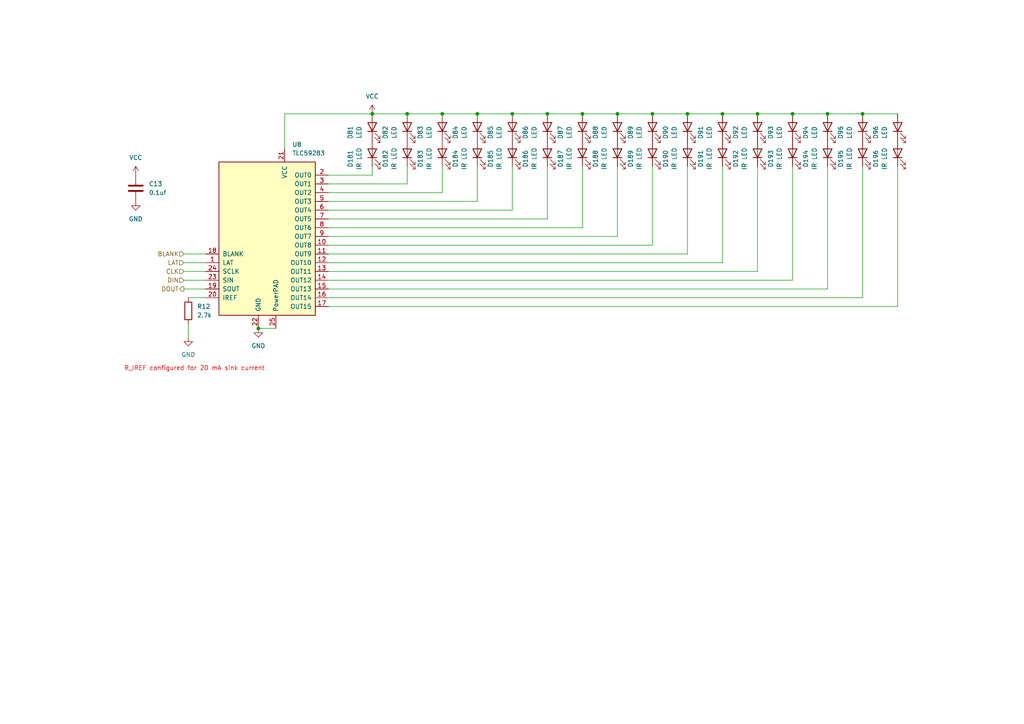
<source format=kicad_sch>
(kicad_sch (version 20250114) (generator "eeschema") (generator_version "9.0")
  (paper "A4")
  (lib_symbols
    (symbol "Device:C" (pin_numbers (hide yes)) (pin_names (offset 0.254))
      (property "Reference" "C" (at 0.635 2.54 0))
      (property "Value" "C" (at 0.635 -2.54 0))
      (symbol "C_0_1"
        (polyline (pts (xy -2.032 0.762) (xy 2.032 0.762)) (stroke (width 0.508)))
        (polyline (pts (xy -2.032 -0.762) (xy 2.032 -0.762)) (stroke (width 0.508)))
      )
      (symbol "C_1_1"
        (pin passive line (at 0 3.81 270) (length 2.794) (name "~") (number "1"))
        (pin passive line (at 0 -3.81 90) (length 2.794) (name "~") (number "2"))
      )
    )
    (symbol "Device:LED" (pin_numbers (hide yes)) (pin_names (offset 1.016) (hide yes))
      (property "Reference" "D" (at 0 2.54 0))
      (property "Value" "LED" (at 0 -2.54 0))
      (symbol "LED_0_1"
        (polyline (pts (xy -3.048 -0.762) (xy -4.572 -2.286) (xy -3.81 -2.286) (xy -4.572 -2.286) (xy -4.572 -1.524)))
        (polyline (pts (xy -1.778 -0.762) (xy -3.302 -2.286) (xy -2.54 -2.286) (xy -3.302 -2.286) (xy -3.302 -1.524)))
        (polyline (pts (xy -1.27 0) (xy 1.27 0)))
        (polyline (pts (xy -1.27 -1.27) (xy -1.27 1.27)) (stroke (width 0.254)))
        (polyline (pts (xy 1.27 -1.27) (xy 1.27 1.27) (xy -1.27 0) (xy 1.27 -1.27)) (stroke (width 0.254)))
      )
      (symbol "LED_1_1"
        (pin passive line (at -3.81 0 0) (length 2.54) (name "K") (number "1"))
        (pin passive line (at 3.81 0 180) (length 2.54) (name "A") (number "2"))
      )
    )
    (symbol "Device:R" (pin_numbers (hide yes)) (pin_names (offset 0))
      (property "Reference" "R" (at 2.032 0 90))
      (property "Value" "R" (at 0 0 90))
      (symbol "R_0_1"
        (rectangle (start -1.016 -2.54) (end 1.016 2.54) (stroke (width 0.254)))
      )
      (symbol "R_1_1"
        (pin passive line (at 0 3.81 270) (length 1.27) (name "~") (number "1"))
        (pin passive line (at 0 -3.81 90) (length 1.27) (name "~") (number "2"))
      )
    )
    (symbol "custom_symbols:TLC59283" (pin_names (offset 1.016))
      (property "Reference" "U" (at -13.97 38.1 0))
      (property "Value" "TLC59283" (at -13.97 35.56 0))
      (symbol "TLC59283_0_1"
        (rectangle (start -13.97 34.29) (end 13.97 -10.16) (stroke (width 0.254)) (fill (type background)))
        (pin input line (at -17.78 7.62 0) (length 3.81) (name "BLANK") (number "18"))
        (pin input line (at -17.78 5.08 0) (length 3.81) (name "LAT") (number "1"))
        (pin input line (at -17.78 2.54 0) (length 3.81) (name "SCLK") (number "24"))
        (pin input line (at -17.78 -5.08 0) (length 3.81) (name "IREF") (number "20"))
        (pin power_in line (at 5.08 38.1 270) (length 3.81) (name "VCC") (number "21"))
        (pin output line (at 17.78 30.48 180) (length 3.81) (name "OUT0") (number "2"))
        (pin output line (at 17.78 27.94 180) (length 3.81) (name "OUT1") (number "3"))
        (pin output line (at 17.78 25.4 180) (length 3.81) (name "OUT2") (number "4"))
        (pin output line (at 17.78 22.86 180) (length 3.81) (name "OUT3") (number "5"))
        (pin output line (at 17.78 20.32 180) (length 3.81) (name "OUT4") (number "6"))
        (pin output line (at 17.78 17.78 180) (length 3.81) (name "OUT5") (number "7"))
        (pin output line (at 17.78 15.24 180) (length 3.81) (name "OUT6") (number "8"))
        (pin output line (at 17.78 12.7 180) (length 3.81) (name "OUT7") (number "9"))
        (pin output line (at 17.78 10.16 180) (length 3.81) (name "OUT8") (number "10"))
        (pin output line (at 17.78 7.62 180) (length 3.81) (name "OUT9") (number "11"))
        (pin output line (at 17.78 5.08 180) (length 3.81) (name "OUT10") (number "12"))
        (pin output line (at 17.78 2.54 180) (length 3.81) (name "OUT11") (number "13"))
        (pin output line (at 17.78 0 180) (length 3.81) (name "OUT12") (number "14"))
        (pin output line (at 17.78 -2.54 180) (length 3.81) (name "OUT13") (number "15"))
        (pin output line (at 17.78 -5.08 180) (length 3.81) (name "OUT14") (number "16"))
      )
      (symbol "TLC59283_1_1"
        (pin input line (at -17.78 0 0) (length 3.81) (name "SIN") (number "23"))
        (pin output line (at -17.78 -2.54 0) (length 3.81) (name "SOUT") (number "19"))
        (pin power_in line (at -2.54 -13.97 90) (length 3.81) (name "GND") (number "22"))
        (pin power_in line (at 2.54 -13.97 90) (length 3.81) (name "PowerPAD") (number "25"))
        (pin output line (at 17.78 -7.62 180) (length 3.81) (name "OUT15") (number "17"))
      )
    )
    (symbol "power:+5V" (power) (pin_numbers (hide yes)) (pin_names (offset 0) (hide yes))
      (property "Value" "+5V" (at 0 3.556 0))
      (symbol "+5V_0_1"
        (polyline (pts (xy -0.762 1.27) (xy 0 2.54)))
        (polyline (pts (xy 0 2.54) (xy 0.762 1.27)))
        (polyline (pts (xy 0 0) (xy 0 2.54)))
      )
      (symbol "+5V_1_1"
        (pin power_in line (at 0 0 90) (length 0) (name "~") (number "1"))
      )
    )
    (symbol "power:+BATT" (power) (pin_numbers (hide yes)) (pin_names (offset 0) (hide yes))
      (property "Value" "+BATT" (at 0 3.556 0))
      (symbol "+BATT_0_1"
        (polyline (pts (xy -0.762 1.27) (xy 0 2.54)))
        (polyline (pts (xy 0 2.54) (xy 0.762 1.27)))
        (polyline (pts (xy 0 0) (xy 0 2.54)))
      )
      (symbol "+BATT_1_1"
        (pin power_in line (at 0 0 90) (length 0) (name "~") (number "1"))
      )
    )
    (symbol "power:GND" (power) (pin_numbers (hide yes)) (pin_names (offset 0) (hide yes))
      (property "Value" "GND" (at 0 -3.81 0))
      (symbol "GND_0_1"
        (polyline (pts (xy 0 0) (xy 0 -1.27) (xy 1.27 -1.27) (xy 0 -2.54) (xy -1.27 -1.27) (xy 0 -1.27)))
      )
      (symbol "GND_1_1"
        (pin power_in line (at 0 0 270) (length 0) (name "~") (number "1"))
      )
    )
  )
  (text "R_IREF configured for 20 mA sink current" (at 56.388 106.934 0) (effects (font (size 1.27 1.27))))
  (junction (at 168.91 33.02))
  (junction (at 240.03 33.02))
  (junction (at 118.11 33.02))
  (junction (at 189.23 33.02))
  (junction (at 179.07 33.02))
  (junction (at 128.27 33.02))
  (junction (at 107.95 33.02))
  (junction (at 250.19 33.02))
  (junction (at 148.59 33.02))
  (junction (at 209.55 33.02))
  (junction (at 199.39 33.02))
  (junction (at 158.75 33.02))
  (junction (at 138.43 33.02))
  (junction (at 74.93 95.25))
  (junction (at 229.87 33.02))
  (junction (at 219.71 33.02))
  (wire (pts (xy 199.39 73.66) (xy 199.39 48.26)))
  (wire (pts (xy 128.27 55.88) (xy 95.25 55.88)))
  (wire (pts (xy 189.23 71.12) (xy 189.23 48.26)))
  (wire (pts (xy 199.39 33.02) (xy 209.55 33.02)))
  (wire (pts (xy 128.27 48.26) (xy 128.27 55.88)))
  (wire (pts (xy 179.07 48.26) (xy 179.07 68.58)))
  (wire (pts (xy 138.43 48.26) (xy 138.43 58.42)))
  (wire (pts (xy 74.93 95.25) (xy 80.01 95.25)))
  (wire (pts (xy 219.71 48.26) (xy 219.71 78.74)))
  (wire (pts (xy 229.87 81.28) (xy 229.87 48.26)))
  (wire (pts (xy 250.19 86.36) (xy 250.19 48.26)))
  (wire (pts (xy 107.95 50.8) (xy 95.25 50.8)))
  (wire (pts (xy 260.35 48.26) (xy 260.35 88.9)))
  (wire (pts (xy 158.75 48.26) (xy 158.75 63.5)))
  (wire (pts (xy 240.03 48.26) (xy 240.03 83.82)))
  (wire (pts (xy 107.95 33.02) (xy 118.11 33.02)))
  (wire (pts (xy 95.25 76.2) (xy 209.55 76.2)))
  (wire (pts (xy 168.91 48.26) (xy 168.91 66.04)))
  (wire (pts (xy 118.11 53.34) (xy 95.25 53.34)))
  (wire (pts (xy 158.75 33.02) (xy 168.91 33.02)))
  (wire (pts (xy 118.11 48.26) (xy 118.11 53.34)))
  (wire (pts (xy 95.25 86.36) (xy 250.19 86.36)))
  (wire (pts (xy 250.19 33.02) (xy 260.35 33.02)))
  (wire (pts (xy 179.07 68.58) (xy 95.25 68.58)))
  (wire (pts (xy 158.75 63.5) (xy 95.25 63.5)))
  (wire (pts (xy 148.59 33.02) (xy 158.75 33.02)))
  (wire (pts (xy 95.25 71.12) (xy 189.23 71.12)))
  (wire (pts (xy 168.91 33.02) (xy 179.07 33.02)))
  (wire (pts (xy 53.34 73.66) (xy 59.69 73.66)))
  (wire (pts (xy 53.34 81.28) (xy 59.69 81.28)))
  (wire (pts (xy 107.95 48.26) (xy 107.95 50.8)))
  (wire (pts (xy 138.43 33.02) (xy 148.59 33.02)))
  (wire (pts (xy 138.43 58.42) (xy 95.25 58.42)))
  (wire (pts (xy 219.71 33.02) (xy 229.87 33.02)))
  (wire (pts (xy 53.34 78.74) (xy 59.69 78.74)))
  (wire (pts (xy 118.11 33.02) (xy 128.27 33.02)))
  (wire (pts (xy 95.25 81.28) (xy 229.87 81.28)))
  (wire (pts (xy 229.87 33.02) (xy 240.03 33.02)))
  (wire (pts (xy 240.03 83.82) (xy 95.25 83.82)))
  (wire (pts (xy 54.61 93.98) (xy 54.61 97.79)))
  (wire (pts (xy 148.59 48.26) (xy 148.59 60.96)))
  (wire (pts (xy 59.69 86.36) (xy 54.61 86.36)))
  (wire (pts (xy 53.34 83.82) (xy 59.69 83.82)))
  (wire (pts (xy 82.55 43.18) (xy 82.55 33.02)))
  (wire (pts (xy 53.34 76.2) (xy 59.69 76.2)))
  (wire (pts (xy 189.23 33.02) (xy 199.39 33.02)))
  (wire (pts (xy 82.55 33.02) (xy 107.95 33.02)))
  (wire (pts (xy 209.55 33.02) (xy 219.71 33.02)))
  (wire (pts (xy 240.03 33.02) (xy 250.19 33.02)))
  (wire (pts (xy 219.71 78.74) (xy 95.25 78.74)))
  (wire (pts (xy 148.59 60.96) (xy 95.25 60.96)))
  (wire (pts (xy 128.27 33.02) (xy 138.43 33.02)))
  (wire (pts (xy 209.55 76.2) (xy 209.55 48.26)))
  (wire (pts (xy 179.07 33.02) (xy 189.23 33.02)))
  (wire (pts (xy 95.25 73.66) (xy 199.39 73.66)))
  (wire (pts (xy 168.91 66.04) (xy 95.25 66.04)))
  (wire (pts (xy 260.35 88.9) (xy 95.25 88.9)))
  (hierarchical_label "DIN" (shape input) (at 53.34 81.28 180))
  (hierarchical_label "DOUT" (shape output) (at 53.34 83.82 180))
  (hierarchical_label "CLK" (shape input) (at 53.34 78.74 180))
  (hierarchical_label "BLANK" (shape input) (at 53.34 73.66 180))
  (hierarchical_label "LAT" (shape input) (at 53.34 76.2 180))
  (symbol (lib_id "Device:LED") (at 138.43 36.83 90) (unit 1)
    (property "Reference" "D4" (at 132.08 38.4175 0))
    (property "Value" "LED" (at 134.62 38.4175 0))
    (property "Footprint" "custom_footprints:HL-A-3528" (effects (hide yes)))
    (property "Description" "Light emitting diode" (effects (hide yes)))
    (instances (project "RocSync_testing" (path "" (reference "D84") (unit 1)) (path "" (reference "D52") (unit 1)) (path "" (reference "D68") (unit 1)) (path "" (reference "D4") (unit 1)) (path "" (reference "D36") (unit 1)) (path "" (reference "D20") (unit 1))))
  )
  (symbol (lib_id "Device:LED") (at 107.95 44.45 90) (unit 1)
    (property "Reference" "D101" (at 101.6 46.0375 0))
    (property "Value" "IR LED" (at 104.14 46.0375 0))
    (property "Footprint" "custom_footprints:XYC-HIR76C-LX4" (effects (hide yes)))
    (property "Description" "Light emitting diode" (effects (hide yes)))
    (instances (project "RocSync_testing" (path "" (reference "D181") (unit 1)) (path "" (reference "D149") (unit 1)) (path "" (reference "D165") (unit 1)) (path "" (reference "D101") (unit 1)) (path "" (reference "D133") (unit 1)) (path "" (reference "D117") (unit 1))))
  )
  (symbol (lib_id "power:+5V") (at 107.95 33.02 0) (unit 1)
    (property "Reference" "#PWR07" (effects (hide yes)))
    (property "Value" "VCC" (at 107.95 27.94 0))
    (property "Description" "Power symbol creates a global label with name \"+5V\"" (effects (hide yes)))
    (instances (project "RocSync_testing" (path "" (reference "#PWR027") (unit 1)) (path "" (reference "#PWR017") (unit 1)) (path "" (reference "#PWR022") (unit 1)) (path "" (reference "#PWR07") (unit 1)) (path "" (reference "#PWR012") (unit 1)) (path "" (reference "#PWR01") (unit 1))))
  )
  (symbol (lib_id "Device:LED") (at 189.23 44.45 90) (unit 1)
    (property "Reference" "D109" (at 182.88 46.0375 0))
    (property "Value" "IR LED" (at 185.42 46.0375 0))
    (property "Footprint" "custom_footprints:XYC-HIR76C-LX4" (effects (hide yes)))
    (property "Description" "Light emitting diode" (effects (hide yes)))
    (instances (project "RocSync_testing" (path "" (reference "D189") (unit 1)) (path "" (reference "D157") (unit 1)) (path "" (reference "D173") (unit 1)) (path "" (reference "D109") (unit 1)) (path "" (reference "D141") (unit 1)) (path "" (reference "D125") (unit 1))))
  )
  (symbol (lib_id "Device:LED") (at 138.43 44.45 90) (unit 1)
    (property "Reference" "D104" (at 132.08 46.0375 0))
    (property "Value" "IR LED" (at 134.62 46.0375 0))
    (property "Footprint" "custom_footprints:XYC-HIR76C-LX4" (effects (hide yes)))
    (property "Description" "Light emitting diode" (effects (hide yes)))
    (instances (project "RocSync_testing" (path "" (reference "D184") (unit 1)) (path "" (reference "D152") (unit 1)) (path "" (reference "D168") (unit 1)) (path "" (reference "D104") (unit 1)) (path "" (reference "D136") (unit 1)) (path "" (reference "D120") (unit 1))))
  )
  (symbol (lib_id "Device:LED") (at 168.91 44.45 90) (unit 1)
    (property "Reference" "D107" (at 162.56 46.0375 0))
    (property "Value" "IR LED" (at 165.1 46.0375 0))
    (property "Footprint" "custom_footprints:XYC-HIR76C-LX4" (effects (hide yes)))
    (property "Description" "Light emitting diode" (effects (hide yes)))
    (instances (project "RocSync_testing" (path "" (reference "D187") (unit 1)) (path "" (reference "D155") (unit 1)) (path "" (reference "D171") (unit 1)) (path "" (reference "D107") (unit 1)) (path "" (reference "D139") (unit 1)) (path "" (reference "D123") (unit 1))))
  )
  (symbol (lib_id "power:GND") (at 54.61 97.79 0) (unit 1)
    (property "Reference" "#PWR034" (effects (hide yes)))
    (property "Value" "GND" (at 54.61 102.87 0))
    (property "Description" "Power symbol creates a global label with name \"GND\" , ground" (effects (hide yes)))
    (instances (project "RocSync_testing" (path "" (reference "#PWR055") (unit 1)) (path "" (reference "#PWR047") (unit 1)) (path "" (reference "#PWR051") (unit 1)) (path "" (reference "#PWR034") (unit 1)) (path "" (reference "#PWR043") (unit 1)) (path "" (reference "#PWR039") (unit 1))))
  )
  (symbol (lib_id "Device:LED") (at 118.11 36.83 90) (unit 1)
    (property "Reference" "D2" (at 111.76 38.4175 0))
    (property "Value" "LED" (at 114.3 38.4175 0))
    (property "Footprint" "custom_footprints:HL-A-3528" (effects (hide yes)))
    (property "Description" "Light emitting diode" (effects (hide yes)))
    (instances (project "RocSync_testing" (path "" (reference "D82") (unit 1)) (path "" (reference "D50") (unit 1)) (path "" (reference "D66") (unit 1)) (path "" (reference "D2") (unit 1)) (path "" (reference "D34") (unit 1)) (path "" (reference "D18") (unit 1))))
  )
  (symbol (lib_id "Device:LED") (at 240.03 44.45 90) (unit 1)
    (property "Reference" "D114" (at 233.68 46.0375 0))
    (property "Value" "IR LED" (at 236.22 46.0375 0))
    (property "Footprint" "custom_footprints:XYC-HIR76C-LX4" (effects (hide yes)))
    (property "Description" "Light emitting diode" (effects (hide yes)))
    (instances (project "RocSync_testing" (path "" (reference "D194") (unit 1)) (path "" (reference "D162") (unit 1)) (path "" (reference "D178") (unit 1)) (path "" (reference "D114") (unit 1)) (path "" (reference "D146") (unit 1)) (path "" (reference "D130") (unit 1))))
  )
  (symbol (lib_id "Device:LED") (at 168.91 36.83 90) (unit 1)
    (property "Reference" "D7" (at 162.56 38.4175 0))
    (property "Value" "LED" (at 165.1 38.4175 0))
    (property "Footprint" "custom_footprints:HL-A-3528" (effects (hide yes)))
    (property "Description" "Light emitting diode" (effects (hide yes)))
    (instances (project "RocSync_testing" (path "" (reference "D87") (unit 1)) (path "" (reference "D55") (unit 1)) (path "" (reference "D71") (unit 1)) (path "" (reference "D7") (unit 1)) (path "" (reference "D39") (unit 1)) (path "" (reference "D23") (unit 1))))
  )
  (symbol (lib_id "Device:LED") (at 158.75 44.45 90) (unit 1)
    (property "Reference" "D106" (at 152.4 46.0375 0))
    (property "Value" "IR LED" (at 154.94 46.0375 0))
    (property "Footprint" "custom_footprints:XYC-HIR76C-LX4" (effects (hide yes)))
    (property "Description" "Light emitting diode" (effects (hide yes)))
    (instances (project "RocSync_testing" (path "" (reference "D186") (unit 1)) (path "" (reference "D154") (unit 1)) (path "" (reference "D170") (unit 1)) (path "" (reference "D106") (unit 1)) (path "" (reference "D138") (unit 1)) (path "" (reference "D122") (unit 1))))
  )
  (symbol (lib_id "power:GND") (at 39.37 58.42 0) (unit 1)
    (property "Reference" "#PWR033" (effects (hide yes)))
    (property "Value" "GND" (at 39.37 63.5 0))
    (property "Description" "Power symbol creates a global label with name \"GND\" , ground" (effects (hide yes)))
    (instances (project "RocSync_testing" (path "" (reference "#PWR054") (unit 1)) (path "" (reference "#PWR046") (unit 1)) (path "" (reference "#PWR050") (unit 1)) (path "" (reference "#PWR033") (unit 1)) (path "" (reference "#PWR042") (unit 1)) (path "" (reference "#PWR037") (unit 1))))
  )
  (symbol (lib_id "Device:LED") (at 199.39 36.83 90) (unit 1)
    (property "Reference" "D10" (at 193.04 38.4175 0))
    (property "Value" "LED" (at 195.58 38.4175 0))
    (property "Footprint" "custom_footprints:HL-A-3528" (effects (hide yes)))
    (property "Description" "Light emitting diode" (effects (hide yes)))
    (instances (project "RocSync_testing" (path "" (reference "D90") (unit 1)) (path "" (reference "D58") (unit 1)) (path "" (reference "D74") (unit 1)) (path "" (reference "D10") (unit 1)) (path "" (reference "D42") (unit 1)) (path "" (reference "D26") (unit 1))))
  )
  (symbol (lib_id "Device:R") (at 54.61 90.17 180) (unit 1)
    (property "Reference" "R7" (at 57.15 88.8999 0) (effects (justify right)))
    (property "Value" "2.7k" (at 57.15 91.4399 0) (effects (justify right)))
    (property "Footprint" "Resistor_SMD:R_0402_1005Metric" (effects (hide yes)))
    (property "Description" "Resistor" (effects (hide yes)))
    (instances (project "RocSync_testing" (path "" (reference "R12") (unit 1)) (path "" (reference "R10") (unit 1)) (path "" (reference "R11") (unit 1)) (path "" (reference "R7") (unit 1)) (path "" (reference "R9") (unit 1)) (path "" (reference "R8") (unit 1))))
  )
  (symbol (lib_id "Device:LED") (at 158.75 36.83 90) (unit 1)
    (property "Reference" "D6" (at 152.4 38.4175 0))
    (property "Value" "LED" (at 154.94 38.4175 0))
    (property "Footprint" "custom_footprints:HL-A-3528" (effects (hide yes)))
    (property "Description" "Light emitting diode" (effects (hide yes)))
    (instances (project "RocSync_testing" (path "" (reference "D86") (unit 1)) (path "" (reference "D54") (unit 1)) (path "" (reference "D70") (unit 1)) (path "" (reference "D6") (unit 1)) (path "" (reference "D38") (unit 1)) (path "" (reference "D22") (unit 1))))
  )
  (symbol (lib_id "Device:LED") (at 219.71 36.83 90) (unit 1)
    (property "Reference" "D12" (at 213.36 38.4175 0))
    (property "Value" "LED" (at 215.9 38.4175 0))
    (property "Footprint" "custom_footprints:HL-A-3528" (effects (hide yes)))
    (property "Description" "Light emitting diode" (effects (hide yes)))
    (instances (project "RocSync_testing" (path "" (reference "D92") (unit 1)) (path "" (reference "D60") (unit 1)) (path "" (reference "D76") (unit 1)) (path "" (reference "D12") (unit 1)) (path "" (reference "D44") (unit 1)) (path "" (reference "D28") (unit 1))))
  )
  (symbol (lib_id "Device:LED") (at 250.19 36.83 90) (unit 1)
    (property "Reference" "D15" (at 243.84 38.4175 0))
    (property "Value" "LED" (at 246.38 38.4175 0))
    (property "Footprint" "custom_footprints:HL-A-3528" (effects (hide yes)))
    (property "Description" "Light emitting diode" (effects (hide yes)))
    (instances (project "RocSync_testing" (path "" (reference "D95") (unit 1)) (path "" (reference "D63") (unit 1)) (path "" (reference "D79") (unit 1)) (path "" (reference "D15") (unit 1)) (path "" (reference "D47") (unit 1)) (path "" (reference "D31") (unit 1))))
  )
  (symbol (lib_id "Device:LED") (at 229.87 36.83 90) (unit 1)
    (property "Reference" "D13" (at 223.52 38.4175 0))
    (property "Value" "LED" (at 226.06 38.4175 0))
    (property "Footprint" "custom_footprints:HL-A-3528" (effects (hide yes)))
    (property "Description" "Light emitting diode" (effects (hide yes)))
    (instances (project "RocSync_testing" (path "" (reference "D93") (unit 1)) (path "" (reference "D61") (unit 1)) (path "" (reference "D77") (unit 1)) (path "" (reference "D13") (unit 1)) (path "" (reference "D45") (unit 1)) (path "" (reference "D29") (unit 1))))
  )
  (symbol (lib_id "Device:LED") (at 209.55 36.83 90) (unit 1)
    (property "Reference" "D11" (at 203.2 38.4175 0))
    (property "Value" "LED" (at 205.74 38.4175 0))
    (property "Footprint" "custom_footprints:HL-A-3528" (effects (hide yes)))
    (property "Description" "Light emitting diode" (effects (hide yes)))
    (instances (project "RocSync_testing" (path "" (reference "D91") (unit 1)) (path "" (reference "D59") (unit 1)) (path "" (reference "D75") (unit 1)) (path "" (reference "D11") (unit 1)) (path "" (reference "D43") (unit 1)) (path "" (reference "D27") (unit 1))))
  )
  (symbol (lib_id "Device:LED") (at 128.27 36.83 90) (unit 1)
    (property "Reference" "D3" (at 121.92 38.4175 0))
    (property "Value" "LED" (at 124.46 38.4175 0))
    (property "Footprint" "custom_footprints:HL-A-3528" (effects (hide yes)))
    (property "Description" "Light emitting diode" (effects (hide yes)))
    (instances (project "RocSync_testing" (path "" (reference "D83") (unit 1)) (path "" (reference "D51") (unit 1)) (path "" (reference "D67") (unit 1)) (path "" (reference "D3") (unit 1)) (path "" (reference "D35") (unit 1)) (path "" (reference "D19") (unit 1))))
  )
  (symbol (lib_id "Device:LED") (at 148.59 36.83 90) (unit 1)
    (property "Reference" "D5" (at 142.24 38.4175 0))
    (property "Value" "LED" (at 144.78 38.4175 0))
    (property "Footprint" "custom_footprints:HL-A-3528" (effects (hide yes)))
    (property "Description" "Light emitting diode" (effects (hide yes)))
    (instances (project "RocSync_testing" (path "" (reference "D85") (unit 1)) (path "" (reference "D53") (unit 1)) (path "" (reference "D69") (unit 1)) (path "" (reference "D5") (unit 1)) (path "" (reference "D37") (unit 1)) (path "" (reference "D21") (unit 1))))
  )
  (symbol (lib_id "power:+BATT") (at 39.37 50.8 0) (unit 1)
    (property "Reference" "#PWR032" (effects (hide yes)))
    (property "Value" "VCC" (at 39.37 45.72 0))
    (property "Description" "Power symbol creates a global label with name \"+BATT\"" (effects (hide yes)))
    (instances (project "RocSync_testing" (path "" (reference "#PWR053") (unit 1)) (path "" (reference "#PWR045") (unit 1)) (path "" (reference "#PWR049") (unit 1)) (path "" (reference "#PWR032") (unit 1)) (path "" (reference "#PWR041") (unit 1)) (path "" (reference "#PWR036") (unit 1))))
  )
  (symbol (lib_id "custom_symbols:TLC59283") (at 77.47 81.28 0) (unit 1)
    (property "Reference" "U3" (at 84.7441 41.91 0) (effects (justify left)))
    (property "Value" "TLC59283" (at 84.7441 44.45 0) (effects (justify left)))
    (property "Footprint" "Package_DFN_QFN:Texas_RGE0024C_VQFN-24-1EP_4x4mm_P0.5mm_EP2.1x2.1mm_ThermalVias" (effects (hide yes)))
    (property "Description" "16-Channel, Constant-Current LED Driver with Pre-Charge FET" (effects (hide yes)))
    (instances (project "RocSync_testing" (path "" (reference "U8") (unit 1)) (path "" (reference "U6") (unit 1)) (path "" (reference "U7") (unit 1)) (path "" (reference "U3") (unit 1)) (path "" (reference "U5") (unit 1)) (path "" (reference "U4") (unit 1))))
  )
  (symbol (lib_id "Device:LED") (at 219.71 44.45 90) (unit 1)
    (property "Reference" "D112" (at 213.36 46.0375 0))
    (property "Value" "IR LED" (at 215.9 46.0375 0))
    (property "Footprint" "custom_footprints:XYC-HIR76C-LX4" (effects (hide yes)))
    (property "Description" "Light emitting diode" (effects (hide yes)))
    (instances (project "RocSync_testing" (path "" (reference "D192") (unit 1)) (path "" (reference "D160") (unit 1)) (path "" (reference "D176") (unit 1)) (path "" (reference "D112") (unit 1)) (path "" (reference "D144") (unit 1)) (path "" (reference "D128") (unit 1))))
  )
  (symbol (lib_id "Device:LED") (at 179.07 36.83 90) (unit 1)
    (property "Reference" "D8" (at 172.72 38.4175 0))
    (property "Value" "LED" (at 175.26 38.4175 0))
    (property "Footprint" "custom_footprints:HL-A-3528" (effects (hide yes)))
    (property "Description" "Light emitting diode" (effects (hide yes)))
    (instances (project "RocSync_testing" (path "" (reference "D88") (unit 1)) (path "" (reference "D56") (unit 1)) (path "" (reference "D72") (unit 1)) (path "" (reference "D8") (unit 1)) (path "" (reference "D40") (unit 1)) (path "" (reference "D24") (unit 1))))
  )
  (symbol (lib_id "Device:LED") (at 260.35 36.83 90) (unit 1)
    (property "Reference" "D16" (at 254 38.4175 0))
    (property "Value" "LED" (at 256.54 38.4175 0))
    (property "Footprint" "custom_footprints:HL-A-3528" (effects (hide yes)))
    (property "Description" "Light emitting diode" (effects (hide yes)))
    (instances (project "RocSync_testing" (path "" (reference "D96") (unit 1)) (path "" (reference "D64") (unit 1)) (path "" (reference "D80") (unit 1)) (path "" (reference "D16") (unit 1)) (path "" (reference "D48") (unit 1)) (path "" (reference "D32") (unit 1))))
  )
  (symbol (lib_id "Device:LED") (at 229.87 44.45 90) (unit 1)
    (property "Reference" "D113" (at 223.52 46.0375 0))
    (property "Value" "IR LED" (at 226.06 46.0375 0))
    (property "Footprint" "custom_footprints:XYC-HIR76C-LX4" (effects (hide yes)))
    (property "Description" "Light emitting diode" (effects (hide yes)))
    (instances (project "RocSync_testing" (path "" (reference "D193") (unit 1)) (path "" (reference "D161") (unit 1)) (path "" (reference "D177") (unit 1)) (path "" (reference "D113") (unit 1)) (path "" (reference "D145") (unit 1)) (path "" (reference "D129") (unit 1))))
  )
  (symbol (lib_id "Device:LED") (at 209.55 44.45 90) (unit 1)
    (property "Reference" "D111" (at 203.2 46.0375 0))
    (property "Value" "IR LED" (at 205.74 46.0375 0))
    (property "Footprint" "custom_footprints:XYC-HIR76C-LX4" (effects (hide yes)))
    (property "Description" "Light emitting diode" (effects (hide yes)))
    (instances (project "RocSync_testing" (path "" (reference "D191") (unit 1)) (path "" (reference "D159") (unit 1)) (path "" (reference "D175") (unit 1)) (path "" (reference "D111") (unit 1)) (path "" (reference "D143") (unit 1)) (path "" (reference "D127") (unit 1))))
  )
  (symbol (lib_id "Device:LED") (at 148.59 44.45 90) (unit 1)
    (property "Reference" "D105" (at 142.24 46.0375 0))
    (property "Value" "IR LED" (at 144.78 46.0375 0))
    (property "Footprint" "custom_footprints:XYC-HIR76C-LX4" (effects (hide yes)))
    (property "Description" "Light emitting diode" (effects (hide yes)))
    (instances (project "RocSync_testing" (path "" (reference "D185") (unit 1)) (path "" (reference "D153") (unit 1)) (path "" (reference "D169") (unit 1)) (path "" (reference "D105") (unit 1)) (path "" (reference "D137") (unit 1)) (path "" (reference "D121") (unit 1))))
  )
  (symbol (lib_id "Device:LED") (at 128.27 44.45 90) (unit 1)
    (property "Reference" "D103" (at 121.92 46.0375 0))
    (property "Value" "IR LED" (at 124.46 46.0375 0))
    (property "Footprint" "custom_footprints:XYC-HIR76C-LX4" (effects (hide yes)))
    (property "Description" "Light emitting diode" (effects (hide yes)))
    (instances (project "RocSync_testing" (path "" (reference "D183") (unit 1)) (path "" (reference "D151") (unit 1)) (path "" (reference "D167") (unit 1)) (path "" (reference "D103") (unit 1)) (path "" (reference "D135") (unit 1)) (path "" (reference "D119") (unit 1))))
  )
  (symbol (lib_id "Device:LED") (at 250.19 44.45 90) (unit 1)
    (property "Reference" "D115" (at 243.84 46.0375 0))
    (property "Value" "IR LED" (at 246.38 46.0375 0))
    (property "Footprint" "custom_footprints:XYC-HIR76C-LX4" (effects (hide yes)))
    (property "Description" "Light emitting diode" (effects (hide yes)))
    (instances (project "RocSync_testing" (path "" (reference "D195") (unit 1)) (path "" (reference "D163") (unit 1)) (path "" (reference "D179") (unit 1)) (path "" (reference "D115") (unit 1)) (path "" (reference "D147") (unit 1)) (path "" (reference "D131") (unit 1))))
  )
  (symbol (lib_id "Device:C") (at 39.37 54.61 180) (unit 1)
    (property "Reference" "C8" (at 43.18 53.3399 0) (effects (justify right)))
    (property "Value" "0.1uf" (at 43.18 55.8799 0) (effects (justify right)))
    (property "Footprint" "Capacitor_SMD:C_0402_1005Metric" (effects (hide yes)))
    (property "Description" "Unpolarized capacitor" (effects (hide yes)))
    (instances (project "RocSync_testing" (path "" (reference "C13") (unit 1)) (path "" (reference "C11") (unit 1)) (path "" (reference "C12") (unit 1)) (path "" (reference "C8") (unit 1)) (path "" (reference "C10") (unit 1)) (path "" (reference "C9") (unit 1))))
  )
  (symbol (lib_id "Device:LED") (at 118.11 44.45 90) (unit 1)
    (property "Reference" "D102" (at 111.76 46.0375 0))
    (property "Value" "IR LED" (at 114.3 46.0375 0))
    (property "Footprint" "custom_footprints:XYC-HIR76C-LX4" (effects (hide yes)))
    (property "Description" "Light emitting diode" (effects (hide yes)))
    (instances (project "RocSync_testing" (path "" (reference "D182") (unit 1)) (path "" (reference "D150") (unit 1)) (path "" (reference "D166") (unit 1)) (path "" (reference "D102") (unit 1)) (path "" (reference "D134") (unit 1)) (path "" (reference "D118") (unit 1))))
  )
  (symbol (lib_id "Device:LED") (at 189.23 36.83 90) (unit 1)
    (property "Reference" "D9" (at 182.88 38.4175 0))
    (property "Value" "LED" (at 185.42 38.4175 0))
    (property "Footprint" "custom_footprints:HL-A-3528" (effects (hide yes)))
    (property "Description" "Light emitting diode" (effects (hide yes)))
    (instances (project "RocSync_testing" (path "" (reference "D89") (unit 1)) (path "" (reference "D57") (unit 1)) (path "" (reference "D73") (unit 1)) (path "" (reference "D9") (unit 1)) (path "" (reference "D41") (unit 1)) (path "" (reference "D25") (unit 1))))
  )
  (symbol (lib_id "Device:LED") (at 199.39 44.45 90) (unit 1)
    (property "Reference" "D110" (at 193.04 46.0375 0))
    (property "Value" "IR LED" (at 195.58 46.0375 0))
    (property "Footprint" "custom_footprints:XYC-HIR76C-LX4" (effects (hide yes)))
    (property "Description" "Light emitting diode" (effects (hide yes)))
    (instances (project "RocSync_testing" (path "" (reference "D190") (unit 1)) (path "" (reference "D158") (unit 1)) (path "" (reference "D174") (unit 1)) (path "" (reference "D110") (unit 1)) (path "" (reference "D142") (unit 1)) (path "" (reference "D126") (unit 1))))
  )
  (symbol (lib_id "Device:LED") (at 260.35 44.45 90) (unit 1)
    (property "Reference" "D116" (at 254 46.0375 0))
    (property "Value" "IR LED" (at 256.54 46.0375 0))
    (property "Footprint" "custom_footprints:XYC-HIR76C-LX4" (effects (hide yes)))
    (property "Description" "Light emitting diode" (effects (hide yes)))
    (instances (project "RocSync_testing" (path "" (reference "D196") (unit 1)) (path "" (reference "D164") (unit 1)) (path "" (reference "D180") (unit 1)) (path "" (reference "D116") (unit 1)) (path "" (reference "D148") (unit 1)) (path "" (reference "D132") (unit 1))))
  )
  (symbol (lib_id "Device:LED") (at 107.95 36.83 90) (unit 1)
    (property "Reference" "D1" (at 101.6 38.4175 0))
    (property "Value" "LED" (at 104.14 38.4175 0))
    (property "Footprint" "custom_footprints:HL-A-3528" (effects (hide yes)))
    (property "Description" "Light emitting diode" (effects (hide yes)))
    (instances (project "RocSync_testing" (path "" (reference "D81") (unit 1)) (path "" (reference "D49") (unit 1)) (path "" (reference "D65") (unit 1)) (path "" (reference "D1") (unit 1)) (path "" (reference "D33") (unit 1)) (path "" (reference "D17") (unit 1))))
  )
  (symbol (lib_id "Device:LED") (at 179.07 44.45 90) (unit 1)
    (property "Reference" "D108" (at 172.72 46.0375 0))
    (property "Value" "IR LED" (at 175.26 46.0375 0))
    (property "Footprint" "custom_footprints:XYC-HIR76C-LX4" (effects (hide yes)))
    (property "Description" "Light emitting diode" (effects (hide yes)))
    (instances (project "RocSync_testing" (path "" (reference "D188") (unit 1)) (path "" (reference "D156") (unit 1)) (path "" (reference "D172") (unit 1)) (path "" (reference "D108") (unit 1)) (path "" (reference "D140") (unit 1)) (path "" (reference "D124") (unit 1))))
  )
  (symbol (lib_id "Device:LED") (at 240.03 36.83 90) (unit 1)
    (property "Reference" "D14" (at 233.68 38.4175 0))
    (property "Value" "LED" (at 236.22 38.4175 0))
    (property "Footprint" "custom_footprints:HL-A-3528" (effects (hide yes)))
    (property "Description" "Light emitting diode" (effects (hide yes)))
    (instances (project "RocSync_testing" (path "" (reference "D94") (unit 1)) (path "" (reference "D62") (unit 1)) (path "" (reference "D78") (unit 1)) (path "" (reference "D14") (unit 1)) (path "" (reference "D46") (unit 1)) (path "" (reference "D30") (unit 1))))
  )
  (symbol (lib_id "power:GND") (at 74.93 95.25 0) (unit 1)
    (property "Reference" "#PWR035" (effects (hide yes)))
    (property "Value" "GND" (at 74.93 100.33 0))
    (property "Description" "Power symbol creates a global label with name \"GND\" , ground" (effects (hide yes)))
    (instances (project "RocSync_testing" (path "" (reference "#PWR056") (unit 1)) (path "" (reference "#PWR048") (unit 1)) (path "" (reference "#PWR052") (unit 1)) (path "" (reference "#PWR035") (unit 1)) (path "" (reference "#PWR044") (unit 1)) (path "" (reference "#PWR040") (unit 1))))
  )
)
</source>
